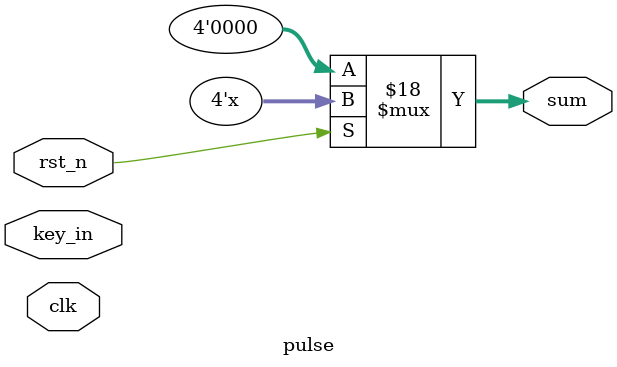
<source format=v>
module pulse(clk, rst_n, key_in, sum);

	input clk;				//系统时钟50MHZ
	input rst_n;			//低电平复位有效
	input key_in;			//低电平有效的独立按键

	output reg [3:0] sum;		//按键次数的计数
	
	reg state;				//定义的状态
	reg [24:0] count;		//定义的计数器（20ms）
	reg flag;				//按键稳定的标志信号
	
	parameter cnt_num = 50_000_000 / 50 - 1;  //20ms  计数
	// parameter cnt_num = 5;
	
	always @ (posedge clk or negedge rst_n)
	begin
		if(!rst_n)      //复位时对reg信号赋初值
			begin
				state <= 0;
				count <= 25'd0;
				flag <= 0;
			end	
		else	
			begin
				case(state)		//0状态表示按键按下，1状态表示按键抬起
					0	:	begin
								if(!key_in)
									begin
										if(count < cnt_num)
											begin
												count <= count + 1;
												flag <= 0;
												state <= 0;
											end
										else
											begin
												count <= 0;
												flag <= 1;
												state <= 1;
											end
									end
								else
									begin
										state <= 0;
										count <= 25'd0;
										flag <= 0;
									end
							end
							
					1	:	begin
								flag <= 0;
								if(key_in)
									begin
										if(count < cnt_num)
											begin
												count <= count + 1;
												state <= 1;
												flag <= 0;
											end	
										else
											begin
												count <= 0;
												flag <= 0;
												state <= 0;
											end
									end
								else
									begin
										count <= 0;
										flag <= 0;
										state <= 1;
									end
							end
						default	:	state <= 0;
				endcase
			end
	end
	
	//记录按键按下的次数
	always @ (*)
	begin
		if(!rst_n)
			sum = 4'd0;
		else
			if(flag)
				sum = sum + 1;
			else
				sum = sum;
	end

endmodule 

</source>
